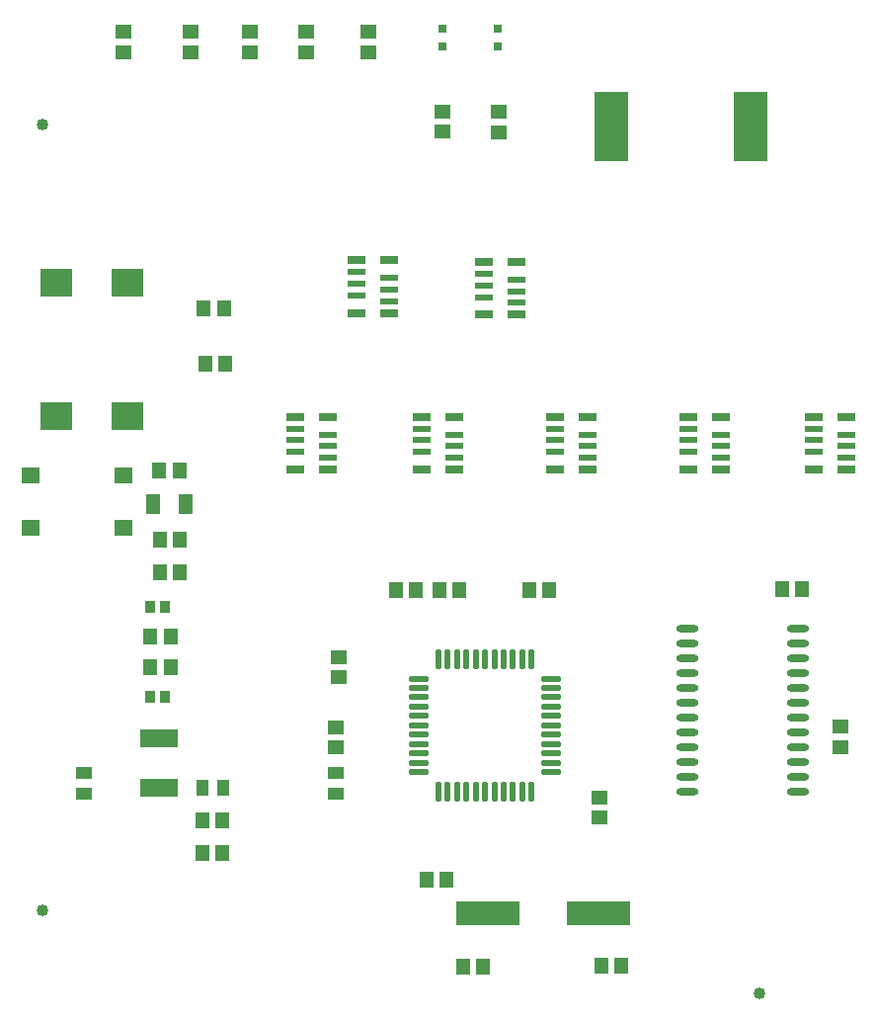
<source format=gtp>
%FSDAX24Y24*%
%MOIN*%
%SFA1B1*%

%IPPOS*%
%ADD10R,0.063000X0.055100*%
%ADD11R,0.031500X0.031500*%
%ADD12R,0.118100X0.236200*%
%ADD13R,0.059100X0.023600*%
%ADD14R,0.059100X0.031500*%
%ADD15R,0.047200X0.055100*%
%ADD16O,0.074800X0.023600*%
%ADD17O,0.068900X0.021700*%
%ADD18O,0.021700X0.068900*%
%ADD19R,0.055100X0.045300*%
%ADD20R,0.045300X0.053200*%
%ADD21R,0.110200X0.094500*%
%ADD22R,0.051200X0.066900*%
%ADD23R,0.045300X0.055100*%
%ADD24R,0.216500X0.078700*%
%ADD25R,0.055100X0.047200*%
%ADD26R,0.055900X0.044500*%
%ADD27R,0.044500X0.055900*%
%ADD28R,0.035400X0.039400*%
%ADD29R,0.126000X0.059100*%
%ADD30C,0.040000*%
%LNmotherboard-1*%
%LPD*%
G54D10*
X011100Y028972D03*
X014250D03*
Y027200D03*
X011100D03*
G54D11*
X026890Y044040D03*
Y043449D03*
X025000Y044050D03*
Y043459D03*
G54D12*
X035422Y040730D03*
X030698D03*
G54D13*
X029902Y029572D03*
X028800Y029769D03*
X029902Y029966D03*
X028800Y030163D03*
X029902Y030359D03*
X028800Y030556D03*
X038652Y029572D03*
X037550Y029769D03*
X038652Y029966D03*
X037550Y030163D03*
X038652Y030359D03*
X037550Y030556D03*
X033300D03*
X034402Y030359D03*
X033300Y030163D03*
X034402Y029966D03*
X033300Y029769D03*
X034402Y029572D03*
X024300Y030556D03*
X025402Y030359D03*
X024300Y030163D03*
X025402Y029966D03*
X024300Y029769D03*
X025402Y029572D03*
X021152D03*
X020050Y029769D03*
X021152Y029966D03*
X020050Y030163D03*
X021152Y030359D03*
X020050Y030556D03*
X026400Y035778D03*
X027502Y035581D03*
X026400Y035384D03*
X027502Y035187D03*
X026400Y034991D03*
X027502Y034794D03*
X023200Y034850D03*
X022098Y035047D03*
X023200Y035244D03*
X022098Y035441D03*
X023200Y035637D03*
X022098Y035834D03*
G54D14*
X028800Y029178D03*
X029902D03*
Y030950D03*
X028800D03*
X037550Y029178D03*
X038652D03*
Y030950D03*
X037550D03*
X033300D03*
X034402D03*
Y029178D03*
X033300D03*
X024300Y030950D03*
X025402D03*
Y029178D03*
X024300D03*
X020050D03*
X021152D03*
Y030950D03*
X020050D03*
X027502Y036172D03*
X026400D03*
Y034400D03*
X027502D03*
X023200Y034456D03*
X022098D03*
Y036228D03*
X023200D03*
G54D15*
X028619Y025100D03*
X027950D03*
X016135Y026800D03*
X015465D03*
X016135Y025700D03*
X015465D03*
X025700Y012400D03*
X026369D03*
X031035Y012450D03*
X030365D03*
X036465Y025150D03*
X037135D03*
X024465Y015350D03*
X025135D03*
X017569Y016250D03*
X016900D03*
X016915Y017350D03*
X017585D03*
X024900Y025100D03*
X025569D03*
X023431D03*
X024100D03*
G54D16*
X037020Y018300D03*
Y018800D03*
X033280D03*
Y018300D03*
Y023800D03*
Y023300D03*
Y022800D03*
Y022300D03*
Y021800D03*
Y021300D03*
Y020800D03*
Y020300D03*
Y019800D03*
Y019300D03*
X037020Y023800D03*
Y023300D03*
Y022800D03*
Y022300D03*
Y021800D03*
Y021300D03*
Y020800D03*
Y020300D03*
Y019800D03*
Y019300D03*
G54D17*
X024226Y022125D03*
Y021810D03*
Y021495D03*
Y021180D03*
Y020865D03*
Y020550D03*
Y020235D03*
Y019920D03*
Y019605D03*
Y019290D03*
Y018975D03*
X028674D03*
Y019290D03*
Y019605D03*
Y019920D03*
Y020235D03*
Y020550D03*
Y020865D03*
Y021180D03*
Y021495D03*
Y021810D03*
Y022125D03*
G54D18*
X024875Y018326D03*
X025190D03*
X025505D03*
X025820D03*
X026135D03*
X026450D03*
X026765D03*
X027080D03*
X027395D03*
X027710D03*
X028025D03*
Y022774D03*
X027710D03*
X027395D03*
X027080D03*
X026765D03*
X026450D03*
X026135D03*
X025820D03*
X025505D03*
X025190D03*
X024875D03*
G54D19*
X026900Y040556D03*
Y041244D03*
X025000Y040561D03*
Y041250D03*
X022500Y043944D03*
Y043256D03*
X016500D03*
Y043944D03*
X018500Y043256D03*
Y043944D03*
X014250Y043256D03*
Y043944D03*
X038450Y020494D03*
Y019806D03*
X020400Y043256D03*
Y043944D03*
G54D20*
X015844Y022500D03*
Y023550D03*
X015156Y022500D03*
Y023550D03*
G54D21*
X011968Y035472D03*
X014370D03*
X011968Y030984D03*
X014370D03*
G54D22*
X016351Y028000D03*
X015249D03*
G54D23*
X016144Y029150D03*
X015456D03*
X016956Y034600D03*
X017644D03*
X017006Y032750D03*
X017694D03*
G54D24*
X026550Y014200D03*
X030290D03*
G54D25*
X021400Y019815D03*
Y020485D03*
X030300Y018100D03*
Y017431D03*
X021500Y022850D03*
Y022181D03*
G54D26*
X021400Y018950D03*
Y018253D03*
X012900Y018252D03*
Y018948D03*
G54D27*
X017598Y018450D03*
X016902D03*
G54D28*
X015144Y024550D03*
X015656D03*
Y021500D03*
X015144D03*
G54D29*
X015450Y018450D03*
Y020104D03*
G54D30*
X035700Y011500D03*
X011500Y014300D03*
Y040800D03*
M02*
</source>
